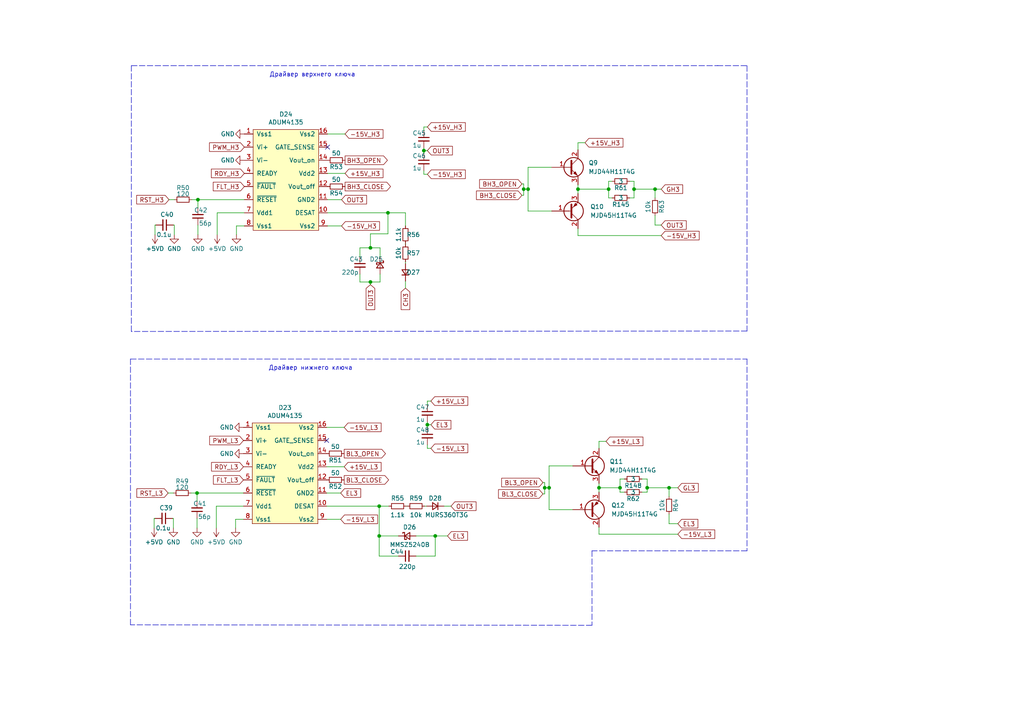
<source format=kicad_sch>
(kicad_sch (version 20211123) (generator eeschema)
  (paper "A4")
  (lib_symbols
    (symbol "ADUM_Driver:ADUM4135" (pin_names (offset 1.016))
      (property "Reference" "D" (at 0 0 0))
      (property "Value" "ADUM_Driver_ADUM4135" (at 0 -1.905 0))
      (symbol "ADUM4135_0_1"
        (rectangle (start -10.16 -3.175) (end 8.89 -32.385) (fill (type background)))
      )
      (symbol "ADUM4135_1_1"
        (pin input line (at -12.7 -4.445 0) (length 2.54) (name "Vss1") (number "1"))
        (pin input line (at 11.43 -27.305 180) (length 2.54) (name "DESAT") (number "10"))
        (pin input line (at 11.43 -23.495 180) (length 2.54) (name "GND2") (number "11"))
        (pin input line (at 11.43 -19.685 180) (length 2.54) (name "Vout_off") (number "12"))
        (pin input line (at 11.43 -15.875 180) (length 2.54) (name "Vdd2") (number "13"))
        (pin input line (at 11.43 -12.065 180) (length 2.54) (name "Vout_on") (number "14"))
        (pin input line (at 11.43 -8.255 180) (length 2.54) (name "GATE_SENSE") (number "15"))
        (pin input line (at 11.43 -4.445 180) (length 2.54) (name "Vss2") (number "16"))
        (pin input line (at -12.7 -8.255 0) (length 2.54) (name "Vi+") (number "2"))
        (pin input line (at -12.7 -12.065 0) (length 2.54) (name "Vi-") (number "3"))
        (pin input line (at -12.7 -15.875 0) (length 2.54) (name "READY") (number "4"))
        (pin input line (at -12.7 -19.685 0) (length 2.54) (name "~{FAULT}") (number "5"))
        (pin input line (at -12.7 -23.495 0) (length 2.54) (name "~{RESET}") (number "6"))
        (pin input line (at -12.7 -27.305 0) (length 2.54) (name "Vdd1") (number "7"))
        (pin input line (at -12.7 -31.115 0) (length 2.54) (name "Vss1") (number "8"))
        (pin input line (at 11.43 -31.115 180) (length 2.54) (name "Vss2") (number "9"))
      )
    )
    (symbol "Device:C_Small" (pin_numbers hide) (pin_names (offset 0.254) hide)
      (property "Reference" "C" (at 0.254 1.778 0))
      (property "Value" "C_Small" (at 0.254 -2.032 0))
      (symbol "C_Small_0_1"
        (polyline (pts (xy -1.524 -0.508) (xy 1.524 -0.508)) (stroke (width 0.3302)))
        (polyline (pts (xy -1.524 0.508) (xy 1.524 0.508)) (stroke (width 0.3048)))
      )
      (symbol "C_Small_1_1"
        (pin passive line (at 0 2.54 270) (length 2.032) (name "~") (number "1"))
        (pin passive line (at 0 -2.54 90) (length 2.032) (name "~") (number "2"))
      )
    )
    (symbol "Device:D_Schottky_Small" (pin_numbers hide) (pin_names (offset 0.254) hide)
      (property "Reference" "D" (at -1.27 2.032 0))
      (property "Value" "D_Schottky_Small" (at -7.112 -2.032 0))
      (symbol "D_Schottky_Small_0_1"
        (polyline (pts (xy -0.762 0) (xy 0.762 0)))
        (polyline (pts (xy 0.762 -1.016) (xy -0.762 0) (xy 0.762 1.016) (xy 0.762 -1.016)) (stroke (width 0.254)))
        (polyline (pts (xy -1.27 0.762) (xy -1.27 1.016) (xy -0.762 1.016) (xy -0.762 -1.016) (xy -0.254 -1.016) (xy -0.254 -0.762)) (stroke (width 0.254)))
      )
      (symbol "D_Schottky_Small_1_1"
        (pin passive line (at -2.54 0 0) (length 1.778) (name "K") (number "1"))
        (pin passive line (at 2.54 0 180) (length 1.778) (name "A") (number "2"))
      )
    )
    (symbol "Device:D_Small" (pin_numbers hide) (pin_names (offset 0.254) hide)
      (property "Reference" "D" (at -1.27 2.032 0))
      (property "Value" "D_Small" (at -3.81 -2.032 0))
      (symbol "D_Small_0_1"
        (polyline (pts (xy -0.762 -1.016) (xy -0.762 1.016)) (stroke (width 0.254)))
        (polyline (pts (xy -0.762 0) (xy 0.762 0)))
        (polyline (pts (xy 0.762 -1.016) (xy -0.762 0) (xy 0.762 1.016) (xy 0.762 -1.016)) (stroke (width 0.254)))
      )
      (symbol "D_Small_1_1"
        (pin passive line (at -2.54 0 0) (length 1.778) (name "K") (number "1"))
        (pin passive line (at 2.54 0 180) (length 1.778) (name "A") (number "2"))
      )
    )
    (symbol "Device:R_Small" (pin_numbers hide) (pin_names (offset 0.254) hide)
      (property "Reference" "R" (at 0.762 0.508 0))
      (property "Value" "R_Small" (at 0.762 -1.016 0))
      (symbol "R_Small_0_1"
        (rectangle (start -0.762 1.778) (end 0.762 -1.778) (stroke (width 0.2032)))
      )
      (symbol "R_Small_1_1"
        (pin passive line (at 0 2.54 270) (length 0.762) (name "~") (number "1"))
        (pin passive line (at 0 -2.54 90) (length 0.762) (name "~") (number "2"))
      )
    )
    (symbol "Transistor_BJT:2SB817" (pin_names (offset 0) hide)
      (property "Reference" "Q" (at 5.08 1.905 0))
      (property "Value" "2SB817" (at 5.08 0 0))
      (symbol "2SB817_0_1"
        (polyline (pts (xy 0 0) (xy 0.635 0)))
        (polyline (pts (xy 2.54 2.54) (xy 0.635 0.635)))
        (polyline (pts (xy 0.635 -0.635) (xy 2.54 -2.54) (xy 2.54 -2.54)))
        (polyline (pts (xy 0.635 1.905) (xy 0.635 -1.905) (xy 0.635 -1.905)) (stroke (width 0.508)))
        (polyline (pts (xy 1.778 -2.286) (xy 2.286 -1.778) (xy 1.27 -1.27) (xy 1.778 -2.286) (xy 1.778 -2.286)) (fill (type outline)))
        (circle (center 1.27 0) (radius 2.8194) (stroke (width 0.254)))
      )
      (symbol "2SB817_1_1"
        (pin input line (at -5.08 0 0) (length 5.08) (name "B") (number "1"))
        (pin passive line (at 2.54 5.08 270) (length 2.54) (name "C") (number "2"))
        (pin passive line (at 2.54 -5.08 90) (length 2.54) (name "E") (number "3"))
      )
    )
    (symbol "Transistor_BJT:BCP56" (pin_names (offset 0) hide)
      (property "Reference" "Q" (at 5.08 1.905 0))
      (property "Value" "BCP56" (at 5.08 0 0))
      (symbol "BCP56_0_1"
        (polyline (pts (xy 0.635 0.635) (xy 2.54 2.54)))
        (polyline (pts (xy 0.635 -0.635) (xy 2.54 -2.54) (xy 2.54 -2.54)))
        (polyline (pts (xy 0.635 1.905) (xy 0.635 -1.905) (xy 0.635 -1.905)) (stroke (width 0.508)))
        (polyline (pts (xy 1.27 -1.778) (xy 1.778 -1.27) (xy 2.286 -2.286) (xy 1.27 -1.778) (xy 1.27 -1.778)) (fill (type outline)))
        (circle (center 1.27 0) (radius 2.8194) (stroke (width 0.254)))
      )
      (symbol "BCP56_1_1"
        (pin input line (at -5.08 0 0) (length 5.715) (name "B") (number "1"))
        (pin passive line (at 2.54 5.08 270) (length 2.54) (name "C") (number "2"))
        (pin passive line (at 2.54 -5.08 90) (length 2.54) (name "E") (number "3"))
        (pin passive line (at 2.54 5.08 270) (length 2.54) hide (name "C") (number "4"))
      )
    )
    (symbol "power:+5VD" (power) (pin_names (offset 0))
      (property "Value" "+5VD" (at 0 3.556 0))
      (symbol "+5VD_0_1"
        (polyline (pts (xy -0.762 1.27) (xy 0 2.54)))
        (polyline (pts (xy 0 0) (xy 0 2.54)))
        (polyline (pts (xy 0 2.54) (xy 0.762 1.27)))
      )
      (symbol "+5VD_1_1"
        (pin power_in line (at 0 0 90) (length 0) hide (name "+5VD") (number "1"))
      )
    )
    (symbol "power:GND" (power) (pin_names (offset 0))
      (property "Value" "GND" (at 0 -3.81 0))
      (symbol "GND_0_1"
        (polyline (pts (xy 0 0) (xy 0 -1.27) (xy 1.27 -1.27) (xy 0 -2.54) (xy -1.27 -1.27) (xy 0 -1.27)))
      )
      (symbol "GND_1_1"
        (pin power_in line (at 0 0 270) (length 0) hide (name "GND") (number "1"))
      )
    )
  )
  (junction (at 151.892 54.864))
  (junction (at 173.736 141.478))
  (junction (at 179.832 141.478))
  (junction (at 183.896 54.864))
  (junction (at 153.162 54.864))
  (junction (at 107.442 71.882))
  (junction (at 176.53 54.864))
  (junction (at 159.258 141.478))
  (junction (at 122.936 43.688))
  (junction (at 157.988 141.478))
  (junction (at 109.982 146.812))
  (junction (at 126.238 155.448))
  (junction (at 194.056 141.478))
  (junction (at 189.992 54.864))
  (junction (at 112.522 61.722))
  (junction (at 123.952 123.19))
  (junction (at 57.15 143.002))
  (junction (at 109.982 155.448))
  (junction (at 187.706 141.478))
  (junction (at 167.64 54.864))
  (junction (at 107.442 81.788))
  (junction (at 57.404 57.912))
  (no_connect (at 94.996 42.672))
  (no_connect (at 94.742 127.762))
  (wire (pts (xy 167.64 68.326) (xy 191.77 68.326)))
  (wire (pts (xy 94.742 143.002) (xy 98.806 143.002)))
  (wire (pts (xy 183.896 52.578) (xy 182.626 52.578)))
  (wire (pts (xy 44.958 65.278) (xy 45.212 65.278)))
  (wire (pts (xy 179.832 138.938) (xy 179.832 141.478)))
  (wire (pts (xy 151.384 53.34) (xy 151.892 53.34)))
  (wire (pts (xy 109.982 146.812) (xy 112.776 146.812)))
  (wire (pts (xy 123.952 130.048) (xy 123.952 129.032)))
  (polyline (pts (xy 37.846 104.14) (xy 142.367 104.14)))
  (wire (pts (xy 123.952 36.83) (xy 122.936 36.83)))
  (wire (pts (xy 62.738 146.812) (xy 70.612 146.812)))
  (wire (pts (xy 122.936 50.546) (xy 122.936 49.53)))
  (wire (pts (xy 107.442 67.818) (xy 112.522 67.818)))
  (wire (pts (xy 167.64 41.402) (xy 167.64 43.434)))
  (wire (pts (xy 94.996 61.722) (xy 112.522 61.722)))
  (wire (pts (xy 126.238 161.29) (xy 126.238 155.448)))
  (wire (pts (xy 159.258 135.128) (xy 159.258 141.478)))
  (wire (pts (xy 55.626 57.912) (xy 57.404 57.912)))
  (wire (pts (xy 160.02 48.514) (xy 153.162 48.514)))
  (wire (pts (xy 110.236 79.502) (xy 110.236 81.788)))
  (wire (pts (xy 70.612 150.622) (xy 68.326 150.622)))
  (wire (pts (xy 173.736 128.016) (xy 173.736 130.048)))
  (wire (pts (xy 62.992 61.722) (xy 70.866 61.722)))
  (wire (pts (xy 104.394 81.788) (xy 107.442 81.788)))
  (wire (pts (xy 177.546 52.578) (xy 176.53 52.578)))
  (wire (pts (xy 173.736 141.478) (xy 173.736 142.748)))
  (wire (pts (xy 167.64 53.594) (xy 167.64 54.864)))
  (wire (pts (xy 173.736 141.478) (xy 179.832 141.478)))
  (wire (pts (xy 109.982 155.448) (xy 109.982 146.812)))
  (wire (pts (xy 128.778 146.812) (xy 130.81 146.812)))
  (wire (pts (xy 50.546 68.072) (xy 50.546 65.278)))
  (wire (pts (xy 122.936 43.688) (xy 123.952 43.688)))
  (wire (pts (xy 194.056 141.478) (xy 196.596 141.478)))
  (wire (pts (xy 118.11 146.812) (xy 117.856 146.812)))
  (wire (pts (xy 122.936 36.83) (xy 122.936 37.846)))
  (wire (pts (xy 183.896 54.864) (xy 189.992 54.864)))
  (wire (pts (xy 189.992 57.404) (xy 189.992 54.864)))
  (wire (pts (xy 117.602 81.534) (xy 117.602 83.566)))
  (wire (pts (xy 50.546 65.278) (xy 50.292 65.278)))
  (wire (pts (xy 151.892 53.34) (xy 151.892 54.864)))
  (wire (pts (xy 181.102 138.938) (xy 179.832 138.938)))
  (polyline (pts (xy 142.24 104.14) (xy 216.662 104.14)))
  (wire (pts (xy 166.116 135.128) (xy 159.258 135.128)))
  (polyline (pts (xy 216.662 19.05) (xy 216.662 96.012)))
  (wire (pts (xy 94.996 50.292) (xy 100.076 50.292)))
  (wire (pts (xy 194.056 149.098) (xy 194.056 151.892)))
  (wire (pts (xy 183.896 54.864) (xy 183.896 52.578)))
  (wire (pts (xy 109.982 161.29) (xy 109.982 155.448)))
  (wire (pts (xy 104.394 74.422) (xy 104.394 71.882)))
  (wire (pts (xy 151.892 54.864) (xy 153.162 54.864)))
  (wire (pts (xy 117.602 70.866) (xy 117.602 70.612)))
  (wire (pts (xy 179.832 142.748) (xy 181.102 142.748)))
  (wire (pts (xy 107.442 81.788) (xy 110.236 81.788)))
  (wire (pts (xy 167.64 54.864) (xy 176.53 54.864)))
  (wire (pts (xy 124.968 116.332) (xy 123.952 116.332)))
  (wire (pts (xy 160.02 61.214) (xy 153.162 61.214)))
  (wire (pts (xy 57.15 143.002) (xy 70.612 143.002)))
  (wire (pts (xy 123.952 123.19) (xy 124.968 123.19)))
  (wire (pts (xy 196.596 151.892) (xy 194.056 151.892)))
  (wire (pts (xy 110.236 74.422) (xy 110.236 71.882)))
  (wire (pts (xy 157.988 143.256) (xy 157.988 141.478)))
  (wire (pts (xy 94.996 38.862) (xy 100.076 38.862)))
  (wire (pts (xy 117.602 75.946) (xy 117.602 76.454)))
  (wire (pts (xy 55.372 143.002) (xy 57.15 143.002)))
  (wire (pts (xy 112.522 61.722) (xy 117.602 61.722)))
  (wire (pts (xy 94.996 57.912) (xy 99.06 57.912)))
  (wire (pts (xy 117.602 61.722) (xy 117.602 65.532)))
  (polyline (pts (xy 216.662 96.012) (xy 38.1 96.139)))
  (wire (pts (xy 194.056 144.018) (xy 194.056 141.478)))
  (wire (pts (xy 62.738 153.162) (xy 62.738 146.812)))
  (wire (pts (xy 173.736 154.94) (xy 196.596 154.94)))
  (wire (pts (xy 122.936 42.926) (xy 122.936 43.688)))
  (wire (pts (xy 44.958 68.072) (xy 44.958 65.278)))
  (polyline (pts (xy 216.662 159.766) (xy 171.704 159.766)))
  (wire (pts (xy 50.292 153.162) (xy 50.292 150.368)))
  (wire (pts (xy 167.64 54.864) (xy 167.64 56.134)))
  (wire (pts (xy 157.48 139.954) (xy 157.988 139.954)))
  (wire (pts (xy 115.57 155.448) (xy 109.982 155.448)))
  (wire (pts (xy 175.768 128.016) (xy 173.736 128.016)))
  (wire (pts (xy 187.706 138.938) (xy 187.706 141.478)))
  (wire (pts (xy 167.64 66.294) (xy 167.64 68.326)))
  (wire (pts (xy 122.936 43.688) (xy 122.936 44.45)))
  (wire (pts (xy 68.326 150.622) (xy 68.326 153.162)))
  (wire (pts (xy 153.162 54.864) (xy 153.162 61.214)))
  (wire (pts (xy 123.952 122.428) (xy 123.952 123.19)))
  (wire (pts (xy 62.992 68.072) (xy 62.992 61.722)))
  (wire (pts (xy 126.238 155.448) (xy 129.794 155.448)))
  (polyline (pts (xy 38.1 19.05) (xy 208.28 19.05)))
  (wire (pts (xy 191.77 65.278) (xy 189.992 65.278)))
  (wire (pts (xy 182.626 57.404) (xy 183.896 57.404)))
  (wire (pts (xy 176.53 54.864) (xy 176.53 57.404)))
  (wire (pts (xy 107.442 71.882) (xy 110.236 71.882)))
  (wire (pts (xy 157.988 139.954) (xy 157.988 141.478)))
  (wire (pts (xy 57.404 60.198) (xy 57.404 57.912)))
  (wire (pts (xy 187.706 142.748) (xy 186.182 142.748)))
  (wire (pts (xy 94.996 65.532) (xy 99.06 65.532)))
  (wire (pts (xy 173.736 152.908) (xy 173.736 154.94)))
  (wire (pts (xy 57.404 68.072) (xy 57.404 65.278)))
  (wire (pts (xy 104.394 79.502) (xy 104.394 81.788)))
  (polyline (pts (xy 37.846 181.229) (xy 37.846 104.14)))
  (wire (pts (xy 173.736 140.208) (xy 173.736 141.478)))
  (polyline (pts (xy 171.704 159.766) (xy 171.704 181.356)))
  (wire (pts (xy 57.15 145.288) (xy 57.15 143.002)))
  (polyline (pts (xy 216.662 104.14) (xy 216.662 159.766)))
  (wire (pts (xy 48.768 143.002) (xy 50.292 143.002)))
  (wire (pts (xy 176.53 52.578) (xy 176.53 54.864)))
  (wire (pts (xy 44.704 153.162) (xy 44.704 150.368)))
  (wire (pts (xy 166.116 147.828) (xy 159.258 147.828)))
  (wire (pts (xy 187.706 141.478) (xy 187.706 142.748)))
  (wire (pts (xy 104.394 71.882) (xy 107.442 71.882)))
  (wire (pts (xy 120.65 155.448) (xy 126.238 155.448)))
  (wire (pts (xy 44.704 150.368) (xy 44.958 150.368)))
  (wire (pts (xy 57.15 153.162) (xy 57.15 150.368)))
  (wire (pts (xy 151.384 56.642) (xy 151.892 56.642)))
  (wire (pts (xy 157.988 141.478) (xy 159.258 141.478)))
  (wire (pts (xy 179.832 141.478) (xy 179.832 142.748)))
  (wire (pts (xy 151.892 56.642) (xy 151.892 54.864)))
  (wire (pts (xy 94.742 135.382) (xy 99.822 135.382)))
  (wire (pts (xy 107.442 71.882) (xy 107.442 67.818)))
  (wire (pts (xy 187.706 141.478) (xy 194.056 141.478)))
  (wire (pts (xy 183.896 57.404) (xy 183.896 54.864)))
  (wire (pts (xy 124.968 130.048) (xy 123.952 130.048)))
  (wire (pts (xy 123.19 146.812) (xy 123.698 146.812)))
  (wire (pts (xy 68.58 65.532) (xy 68.58 68.072)))
  (wire (pts (xy 115.57 161.29) (xy 109.982 161.29)))
  (wire (pts (xy 123.952 50.546) (xy 122.936 50.546)))
  (polyline (pts (xy 38.1 96.139) (xy 38.1 19.05)))
  (wire (pts (xy 57.404 57.912) (xy 70.866 57.912)))
  (wire (pts (xy 123.952 116.332) (xy 123.952 117.348)))
  (wire (pts (xy 159.258 141.478) (xy 159.258 147.828)))
  (wire (pts (xy 107.442 81.788) (xy 107.442 82.55)))
  (wire (pts (xy 153.162 48.514) (xy 153.162 54.864)))
  (wire (pts (xy 94.742 150.622) (xy 98.806 150.622)))
  (wire (pts (xy 186.182 138.938) (xy 187.706 138.938)))
  (wire (pts (xy 120.65 161.29) (xy 126.238 161.29)))
  (wire (pts (xy 70.866 65.532) (xy 68.58 65.532)))
  (wire (pts (xy 189.992 62.484) (xy 189.992 65.278)))
  (wire (pts (xy 189.992 54.864) (xy 191.77 54.864)))
  (wire (pts (xy 49.022 57.912) (xy 50.546 57.912)))
  (wire (pts (xy 123.952 123.19) (xy 123.952 123.952)))
  (wire (pts (xy 176.53 57.404) (xy 177.546 57.404)))
  (wire (pts (xy 50.292 150.368) (xy 50.038 150.368)))
  (wire (pts (xy 112.522 67.818) (xy 112.522 61.722)))
  (wire (pts (xy 169.672 41.402) (xy 167.64 41.402)))
  (polyline (pts (xy 171.704 181.356) (xy 37.846 181.229)))
  (wire (pts (xy 94.742 146.812) (xy 109.982 146.812)))
  (polyline (pts (xy 208.026 19.05) (xy 216.662 19.05)))
  (wire (pts (xy 94.742 123.952) (xy 99.822 123.952)))
  (wire (pts (xy 157.48 143.256) (xy 157.988 143.256)))
  (text "Драйвер нижнего ключа" (at 77.851 107.569 0) (effects (font (size 1.27 1.27)) (justify left bottom)))
  (text "Драйвер верхнего ключа" (at 78.105 22.479 0) (effects (font (size 1.27 1.27)) (justify left bottom)))
  (global_label "OUT3" (shape input) (at 130.81 146.812 0) (property "Intersheet References" "${INTERSHEET_REFS}" (effects hide)))
  (global_label "RST_L3" (shape input) (at 48.768 143.002 180) (property "Intersheet References" "${INTERSHEET_REFS}" (effects hide)))
  (global_label "GH3" (shape input) (at 191.77 54.864 0) (property "Intersheet References" "${INTERSHEET_REFS}" (effects hide)))
  (global_label "BL3_CLOSE" (shape output) (at 99.822 139.192 0) (property "Intersheet References" "${INTERSHEET_REFS}" (effects hide)))
  (global_label "GL3" (shape input) (at 196.596 141.478 0) (property "Intersheet References" "${INTERSHEET_REFS}" (effects hide)))
  (global_label "FLT_L3" (shape input) (at 70.612 139.192 180) (property "Intersheet References" "${INTERSHEET_REFS}" (effects hide)))
  (global_label "RST_H3" (shape input) (at 49.022 57.912 180) (property "Intersheet References" "${INTERSHEET_REFS}" (effects hide)))
  (global_label "+15V_H3" (shape input) (at 123.952 36.83 0) (property "Intersheet References" "${INTERSHEET_REFS}" (effects hide)))
  (global_label "BL3_CLOSE" (shape input) (at 157.48 143.256 180) (property "Intersheet References" "${INTERSHEET_REFS}" (effects hide)))
  (global_label "-15V_L3" (shape input) (at 98.806 150.622 0) (property "Intersheet References" "${INTERSHEET_REFS}" (effects hide)))
  (global_label "BH3_CLOSE" (shape input) (at 151.384 56.642 180) (property "Intersheet References" "${INTERSHEET_REFS}" (effects hide)))
  (global_label "FLT_H3" (shape input) (at 70.866 54.102 180) (property "Intersheet References" "${INTERSHEET_REFS}" (effects hide)))
  (global_label "OUT3" (shape input) (at 191.77 65.278 0) (property "Intersheet References" "${INTERSHEET_REFS}" (effects hide)))
  (global_label "-15V_L3" (shape input) (at 99.822 123.952 0) (property "Intersheet References" "${INTERSHEET_REFS}" (effects hide)))
  (global_label "+15V_L3" (shape input) (at 99.822 135.382 0) (property "Intersheet References" "${INTERSHEET_REFS}" (effects hide)))
  (global_label "-15V_H3" (shape input) (at 123.952 50.546 0) (property "Intersheet References" "${INTERSHEET_REFS}" (effects hide)))
  (global_label "-15V_H3" (shape input) (at 100.076 38.862 0) (property "Intersheet References" "${INTERSHEET_REFS}" (effects hide)))
  (global_label "OUT3" (shape input) (at 123.952 43.688 0) (property "Intersheet References" "${INTERSHEET_REFS}" (effects hide)))
  (global_label "PWM_H3" (shape input) (at 70.866 42.672 180) (property "Intersheet References" "${INTERSHEET_REFS}" (effects hide)))
  (global_label "EL3" (shape input) (at 124.968 123.19 0) (property "Intersheet References" "${INTERSHEET_REFS}" (effects hide)))
  (global_label "EL3" (shape input) (at 196.596 151.892 0) (property "Intersheet References" "${INTERSHEET_REFS}" (effects hide)))
  (global_label "-15V_H3" (shape input) (at 99.06 65.532 0) (property "Intersheet References" "${INTERSHEET_REFS}" (effects hide)))
  (global_label "+15V_L3" (shape input) (at 175.768 128.016 0) (property "Intersheet References" "${INTERSHEET_REFS}" (effects hide)))
  (global_label "+15V_H3" (shape input) (at 100.076 50.292 0) (property "Intersheet References" "${INTERSHEET_REFS}" (effects hide)))
  (global_label "BH3_OPEN" (shape input) (at 151.384 53.34 180) (property "Intersheet References" "${INTERSHEET_REFS}" (effects hide)))
  (global_label "CH3" (shape input) (at 117.602 83.566 270) (property "Intersheet References" "${INTERSHEET_REFS}" (effects hide)))
  (global_label "-15V_L3" (shape input) (at 196.596 154.94 0) (property "Intersheet References" "${INTERSHEET_REFS}" (effects hide)))
  (global_label "+15V_L3" (shape input) (at 124.968 116.332 0) (property "Intersheet References" "${INTERSHEET_REFS}" (effects hide)))
  (global_label "BH3_CLOSE" (shape output) (at 100.076 54.102 0) (property "Intersheet References" "${INTERSHEET_REFS}" (effects hide)))
  (global_label "OUT3" (shape input) (at 99.06 57.912 0) (property "Intersheet References" "${INTERSHEET_REFS}" (effects hide)))
  (global_label "BL3_OPEN" (shape output) (at 99.822 131.572 0) (property "Intersheet References" "${INTERSHEET_REFS}" (effects hide)))
  (global_label "EL3" (shape input) (at 98.806 143.002 0) (property "Intersheet References" "${INTERSHEET_REFS}" (effects hide)))
  (global_label "EL3" (shape input) (at 129.794 155.448 0) (property "Intersheet References" "${INTERSHEET_REFS}" (effects hide)))
  (global_label "RDY_H3" (shape input) (at 70.866 50.292 180) (property "Intersheet References" "${INTERSHEET_REFS}" (effects hide)))
  (global_label "BL3_OPEN" (shape input) (at 157.48 139.954 180) (property "Intersheet References" "${INTERSHEET_REFS}" (effects hide)))
  (global_label "-15V_L3" (shape input) (at 124.968 130.048 0) (property "Intersheet References" "${INTERSHEET_REFS}" (effects hide)))
  (global_label "PWM_L3" (shape input) (at 70.612 127.762 180) (property "Intersheet References" "${INTERSHEET_REFS}" (effects hide)))
  (global_label "-15V_H3" (shape input) (at 191.77 68.326 0) (property "Intersheet References" "${INTERSHEET_REFS}" (effects hide)))
  (global_label "OUT3" (shape input) (at 107.442 82.55 270) (property "Intersheet References" "${INTERSHEET_REFS}" (effects hide)))
  (global_label "+15V_H3" (shape input) (at 169.672 41.402 0) (property "Intersheet References" "${INTERSHEET_REFS}" (effects hide)))
  (global_label "BH3_OPEN" (shape output) (at 100.076 46.482 0) (property "Intersheet References" "${INTERSHEET_REFS}" (effects hide)))
  (global_label "RDY_L3" (shape input) (at 70.612 135.382 180) (property "Intersheet References" "${INTERSHEET_REFS}" (effects hide)))
  (symbol (lib_id "Device:C_Small") (at 57.404 62.738 180) (unit 1)
    (property "Reference" "C42" (at 60.198 60.96 0) (effects (justify left)))
    (property "Value" "56p" (at 57.658 64.77 0) (effects (justify right)))
    (property "Footprint" "Capacitor_SMD:C_0805_2012Metric_Pad1.18x1.45mm_HandSolder" (effects hide))
  )
  (symbol (lib_id "power:+5VD") (at 62.738 153.162 180) (unit 1)
    (property "Reference" "#PWR071" (effects hide))
    (property "Value" "+5VD" (at 62.738 157.226 0))
  )
  (symbol (lib_id "power:GND") (at 57.15 153.162 0) (unit 1)
    (property "Reference" "#PWR0166" (effects hide))
    (property "Value" "GND" (at 55.118 157.226 0) (effects (justify left)))
  )
  (symbol (lib_id "Device:R_Small") (at 180.086 52.578 270) (unit 1)
    (property "Reference" "R61" (at 180.086 54.483 90))
    (property "Value" "3" (at 180.086 52.578 90))
    (property "Footprint" "Resistor_SMD:R_2512_6332Metric_Pad1.40x3.35mm_HandSolder" (effects hide))
  )
  (symbol (lib_id "Device:R_Small") (at 183.642 142.748 270) (unit 1)
    (property "Reference" "R62" (at 183.642 144.653 90))
    (property "Value" "3" (at 183.642 142.748 90))
    (property "Footprint" "Resistor_SMD:R_2512_6332Metric_Pad1.40x3.35mm_HandSolder" (effects hide))
  )
  (symbol (lib_id "Device:R_Small") (at 183.642 138.938 270) (unit 1)
    (property "Reference" "R148" (at 183.642 140.843 90))
    (property "Value" "3" (at 183.642 138.938 90))
    (property "Footprint" "Resistor_SMD:R_2512_6332Metric_Pad1.40x3.35mm_HandSolder" (effects hide))
  )
  (symbol (lib_id "Device:C_Small") (at 104.394 76.962 0) (unit 1)
    (property "Reference" "C43" (at 101.346 75.184 0) (effects (justify left)))
    (property "Value" "220p" (at 99.06 78.994 0) (effects (justify left)))
    (property "Footprint" "Capacitor_SMD:C_0805_2012Metric_Pad1.18x1.45mm_HandSolder" (effects hide))
  )
  (symbol (lib_id "power:GND") (at 70.612 123.952 270) (unit 1)
    (property "Reference" "#PWR0164" (effects hide))
    (property "Value" "GND" (at 63.754 123.952 90) (effects (justify left)))
  )
  (symbol (lib_id "Device:R_Small") (at 117.602 68.072 180) (unit 1)
    (property "Reference" "R56" (at 119.888 68.072 0))
    (property "Value" "1.1k" (at 115.57 68.072 90))
    (property "Footprint" "Resistor_SMD:R_0805_2012Metric_Pad1.20x1.40mm_HandSolder" (effects hide))
  )
  (symbol (lib_id "Device:R_Small") (at 189.992 59.944 0) (unit 1)
    (property "Reference" "R63" (at 191.897 59.944 90))
    (property "Value" "10k" (at 187.96 59.944 90))
    (property "Footprint" "Resistor_SMD:R_1210_3225Metric_Pad1.30x2.65mm_HandSolder" (effects hide))
  )
  (symbol (lib_id "Device:R_Small") (at 120.65 146.812 270) (unit 1)
    (property "Reference" "R59" (at 120.65 144.526 90))
    (property "Value" "10k" (at 120.65 149.352 90))
    (property "Footprint" "Resistor_SMD:R_1206_3216Metric_Pad1.30x1.75mm_HandSolder" (effects hide))
  )
  (symbol (lib_id "Device:R_Small") (at 97.536 54.102 270) (unit 1)
    (property "Reference" "R54" (at 97.536 56.007 90))
    (property "Value" "50" (at 97.536 52.07 90))
    (property "Footprint" "Resistor_SMD:R_1210_3225Metric_Pad1.30x2.65mm_HandSolder" (effects hide))
  )
  (symbol (lib_id "power:GND") (at 50.292 153.162 0) (unit 1)
    (property "Reference" "#PWR0167" (effects hide))
    (property "Value" "GND" (at 48.26 157.226 0) (effects (justify left)))
  )
  (symbol (lib_id "power:GND") (at 70.612 131.572 270) (unit 1)
    (property "Reference" "#PWR0165" (effects hide))
    (property "Value" "GND" (at 63.754 131.572 90) (effects (justify left)))
  )
  (symbol (lib_id "Transistor_BJT:2SB817") (at 165.1 61.214 0) (mirror x) (unit 1)
    (property "Reference" "Q10" (at 171.196 59.9439 0) (effects (justify left)))
    (property "Value" "MJD45H11T4G" (at 171.196 62.4839 0) (effects (justify left)))
    (property "Footprint" "Package_TO_SOT_SMD:TO-252-2" (effects hide))
    (property "Datasheet" "http://skory.gylcomp.hu/alkatresz/2SB817.pdf" (effects hide))
  )
  (symbol (lib_id "power:GND") (at 57.404 68.072 0) (unit 1)
    (property "Reference" "#PWR0171" (effects hide))
    (property "Value" "GND" (at 55.372 72.136 0) (effects (justify left)))
  )
  (symbol (lib_id "Device:R_Small") (at 180.086 57.404 270) (unit 1)
    (property "Reference" "R145" (at 180.086 59.309 90))
    (property "Value" "3" (at 180.086 57.404 90))
    (property "Footprint" "Resistor_SMD:R_2512_6332Metric_Pad1.40x3.35mm_HandSolder" (effects hide))
  )
  (symbol (lib_id "power:+5VD") (at 62.992 68.072 180) (unit 1)
    (property "Reference" "#PWR072" (effects hide))
    (property "Value" "+5VD" (at 62.992 72.136 0))
  )
  (symbol (lib_id "power:GND") (at 50.546 68.072 0) (unit 1)
    (property "Reference" "#PWR0170" (effects hide))
    (property "Value" "GND" (at 48.514 72.136 0) (effects (justify left)))
  )
  (symbol (lib_id "Device:D_Small") (at 126.238 146.812 180) (unit 1)
    (property "Reference" "D28" (at 126.238 144.526 0))
    (property "Value" "MURS360T3G" (at 129.54 149.352 0))
    (property "Footprint" "Diode_SMD:D_SMC" (effects hide))
  )
  (symbol (lib_id "Device:C_Small") (at 123.952 119.888 0) (unit 1)
    (property "Reference" "C47" (at 120.65 118.11 0) (effects (justify left)))
    (property "Value" "1u" (at 120.65 121.666 0) (effects (justify left)))
    (property "Footprint" "Capacitor_SMD:C_0805_2012Metric_Pad1.18x1.45mm_HandSolder" (effects hide))
  )
  (symbol (lib_id "Device:D_Schottky_Small") (at 110.236 76.962 270) (unit 1)
    (property "Reference" "D25" (at 107.188 75.184 90) (effects (justify left)))
    (property "Value" "MMSZ5240B" (effects hide))
    (property "Footprint" "Diode_SMD:D_SOD-123" (effects hide))
  )
  (symbol (lib_id "Device:C_Small") (at 122.936 40.386 0) (unit 1)
    (property "Reference" "C45" (at 119.634 38.608 0) (effects (justify left)))
    (property "Value" "1u" (at 119.634 42.164 0) (effects (justify left)))
    (property "Footprint" "Capacitor_SMD:C_0805_2012Metric_Pad1.18x1.45mm_HandSolder" (effects hide))
  )
  (symbol (lib_id "Device:R_Small") (at 117.602 73.406 180) (unit 1)
    (property "Reference" "R57" (at 119.888 73.406 0))
    (property "Value" "10k" (at 115.57 73.406 90))
    (property "Footprint" "Resistor_SMD:R_1206_3216Metric_Pad1.30x1.75mm_HandSolder" (effects hide))
  )
  (symbol (lib_id "Transistor_BJT:BCP56") (at 171.196 135.128 0) (unit 1)
    (property "Reference" "Q11" (at 176.784 133.8579 0) (effects (justify left)))
    (property "Value" "MJD44H11T4G" (at 176.784 136.3979 0) (effects (justify left)))
    (property "Footprint" "Package_TO_SOT_SMD:TO-252-2" (effects hide))
    (property "Datasheet" "http://cache.nxp.com/documents/data_sheet/BCP56_BCX56_BC56PA.pdf?pspll=1" (effects hide))
  )
  (symbol (lib_id "power:+5VD") (at 44.958 68.072 180) (unit 1)
    (property "Reference" "#PWR066" (effects hide))
    (property "Value" "+5VD" (at 44.958 72.136 0))
  )
  (symbol (lib_id "Device:R_Small") (at 97.282 131.572 270) (unit 1)
    (property "Reference" "R51" (at 97.282 133.477 90))
    (property "Value" "50" (at 97.282 129.54 90))
    (property "Footprint" "Resistor_SMD:R_1210_3225Metric_Pad1.30x2.65mm_HandSolder" (effects hide))
  )
  (symbol (lib_id "power:GND") (at 70.866 46.482 270) (unit 1)
    (property "Reference" "#PWR0169" (effects hide))
    (property "Value" "GND" (at 64.008 46.482 90) (effects (justify left)))
  )
  (symbol (lib_id "ADUM_Driver:ADUM4135") (at 83.312 119.507 0) (unit 1)
    (property "Reference" "D23" (at 82.677 118.237 0))
    (property "Value" "ADUM4135" (at 82.677 120.5484 0))
    (property "Footprint" "Package_SO:SOIC-16W_7.5x10.3mm_P1.27mm" (effects hide))
  )
  (symbol (lib_id "Device:C_Small") (at 47.752 65.278 270) (unit 1)
    (property "Reference" "C40" (at 46.482 62.23 90) (effects (justify left)))
    (property "Value" "0.1u" (at 49.784 68.072 90) (effects (justify right)))
    (property "Footprint" "Capacitor_SMD:C_0805_2012Metric_Pad1.18x1.45mm_HandSolder" (effects hide))
  )
  (symbol (lib_id "Transistor_BJT:BCP56") (at 165.1 48.514 0) (unit 1)
    (property "Reference" "Q9" (at 170.688 47.2439 0) (effects (justify left)))
    (property "Value" "MJD44H11T4G" (at 170.688 49.7839 0) (effects (justify left)))
    (property "Footprint" "Package_TO_SOT_SMD:TO-252-2" (effects hide))
    (property "Datasheet" "http://cache.nxp.com/documents/data_sheet/BCP56_BCX56_BC56PA.pdf?pspll=1" (effects hide))
  )
  (symbol (lib_id "Device:C_Small") (at 118.11 161.29 90) (unit 1)
    (property "Reference" "C44" (at 117.094 160.02 90) (effects (justify left)))
    (property "Value" "220p" (at 120.65 164.338 90) (effects (justify left)))
    (property "Footprint" "Capacitor_SMD:C_0805_2012Metric_Pad1.18x1.45mm_HandSolder" (effects hide))
  )
  (symbol (lib_id "Device:R_Small") (at 194.056 146.558 0) (unit 1)
    (property "Reference" "R64" (at 195.961 146.558 90))
    (property "Value" "10k" (at 192.024 146.558 90))
    (property "Footprint" "Resistor_SMD:R_1210_3225Metric_Pad1.30x2.65mm_HandSolder" (effects hide))
  )
  (symbol (lib_id "Device:D_Small") (at 117.602 78.994 90) (unit 1)
    (property "Reference" "D27" (at 119.888 78.994 90))
    (property "Value" "MURS360T3G" (effects hide))
    (property "Footprint" "Diode_SMD:D_SMC" (effects hide))
  )
  (symbol (lib_id "Device:R_Small") (at 115.316 146.812 270) (unit 1)
    (property "Reference" "R55" (at 115.316 144.526 90))
    (property "Value" "1.1k" (at 115.316 149.352 90))
    (property "Footprint" "Resistor_SMD:R_0805_2012Metric_Pad1.20x1.40mm_HandSolder" (effects hide))
  )
  (symbol (lib_id "Device:C_Small") (at 57.15 147.828 180) (unit 1)
    (property "Reference" "C41" (at 59.944 146.05 0) (effects (justify left)))
    (property "Value" "56p" (at 57.404 149.86 0) (effects (justify right)))
    (property "Footprint" "Capacitor_SMD:C_0805_2012Metric_Pad1.18x1.45mm_HandSolder" (effects hide))
  )
  (symbol (lib_id "Device:R_Small") (at 52.832 143.002 90) (unit 1)
    (property "Reference" "R49" (at 52.832 139.573 90))
    (property "Value" "120" (at 52.832 141.351 90))
    (property "Footprint" "Resistor_SMD:R_0805_2012Metric_Pad1.20x1.40mm_HandSolder" (effects hide))
  )
  (symbol (lib_id "Device:C_Small") (at 123.952 126.492 0) (unit 1)
    (property "Reference" "C48" (at 120.65 124.714 0) (effects (justify left)))
    (property "Value" "1u" (at 120.65 128.27 0) (effects (justify left)))
    (property "Footprint" "Capacitor_SMD:C_0805_2012Metric_Pad1.18x1.45mm_HandSolder" (effects hide))
  )
  (symbol (lib_id "Device:C_Small") (at 47.498 150.368 270) (unit 1)
    (property "Reference" "C39" (at 46.228 147.32 90) (effects (justify left)))
    (property "Value" "0.1u" (at 49.53 153.162 90) (effects (justify right)))
    (property "Footprint" "Capacitor_SMD:C_0805_2012Metric_Pad1.18x1.45mm_HandSolder" (effects hide))
  )
  (symbol (lib_id "Device:R_Small") (at 97.282 139.192 270) (unit 1)
    (property "Reference" "R52" (at 97.282 141.097 90))
    (property "Value" "50" (at 97.282 137.16 90))
    (property "Footprint" "Resistor_SMD:R_1210_3225Metric_Pad1.30x2.65mm_HandSolder" (effects hide))
  )
  (symbol (lib_id "Transistor_BJT:2SB817") (at 171.196 147.828 0) (mirror x) (unit 1)
    (property "Reference" "Q12" (at 177.292 146.5579 0) (effects (justify left)))
    (property "Value" "MJD45H11T4G" (at 177.292 149.0979 0) (effects (justify left)))
    (property "Footprint" "Package_TO_SOT_SMD:TO-252-2" (effects hide))
    (property "Datasheet" "http://skory.gylcomp.hu/alkatresz/2SB817.pdf" (effects hide))
  )
  (symbol (lib_id "Device:R_Small") (at 53.086 57.912 90) (unit 1)
    (property "Reference" "R50" (at 53.086 54.483 90))
    (property "Value" "120" (at 53.086 56.261 90))
    (property "Footprint" "Resistor_SMD:R_0805_2012Metric_Pad1.20x1.40mm_HandSolder" (effects hide))
  )
  (symbol (lib_id "ADUM_Driver:ADUM4135") (at 83.566 34.417 0) (unit 1)
    (property "Reference" "D24" (at 82.931 33.147 0))
    (property "Value" "ADUM4135" (at 82.931 35.4584 0))
    (property "Footprint" "Package_SO:SOIC-16W_7.5x10.3mm_P1.27mm" (effects hide))
  )
  (symbol (lib_id "power:GND") (at 68.326 153.162 0) (unit 1)
    (property "Reference" "#PWR0163" (effects hide))
    (property "Value" "GND" (at 66.294 157.226 0) (effects (justify left)))
  )
  (symbol (lib_id "power:GND") (at 68.58 68.072 0) (unit 1)
    (property "Reference" "#PWR0172" (effects hide))
    (property "Value" "GND" (at 66.548 72.136 0) (effects (justify left)))
  )
  (symbol (lib_id "Device:R_Small") (at 97.536 46.482 270) (unit 1)
    (property "Reference" "R53" (at 97.536 48.387 90))
    (property "Value" "50" (at 97.536 44.45 90))
    (property "Footprint" "Resistor_SMD:R_1210_3225Metric_Pad1.30x2.65mm_HandSolder" (effects hide))
  )
  (symbol (lib_id "power:GND") (at 70.866 38.862 270) (unit 1)
    (property "Reference" "#PWR0168" (effects hide))
    (property "Value" "GND" (at 64.008 38.862 90) (effects (justify left)))
  )
  (symbol (lib_id "Device:C_Small") (at 122.936 46.99 0) (unit 1)
    (property "Reference" "C46" (at 119.634 45.212 0) (effects (justify left)))
    (property "Value" "1u" (at 119.634 48.768 0) (effects (justify left)))
    (property "Footprint" "Capacitor_SMD:C_0805_2012Metric_Pad1.18x1.45mm_HandSolder" (effects hide))
  )
  (symbol (lib_id "power:+5VD") (at 44.704 153.162 180) (unit 1)
    (property "Reference" "#PWR065" (effects hide))
    (property "Value" "+5VD" (at 44.704 157.226 0))
  )
  (symbol (lib_id "Device:D_Schottky_Small") (at 118.11 155.448 0) (unit 1)
    (property "Reference" "D26" (at 116.84 152.908 0) (effects (justify left)))
    (property "Value" "MMSZ5240B" (at 113.03 157.988 0) (effects (justify left)))
    (property "Footprint" "Diode_SMD:D_SOD-123" (effects hide))
  )
)
</source>
